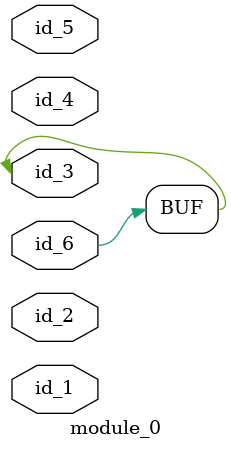
<source format=v>
module module_0 (
    id_1,
    id_2,
    id_3,
    id_4,
    id_5,
    id_6
);
  input id_6;
  inout id_5;
  input id_4;
  inout id_3;
  input id_2;
  inout id_1;
  assign id_3 = id_6[1'b0];
endmodule

</source>
